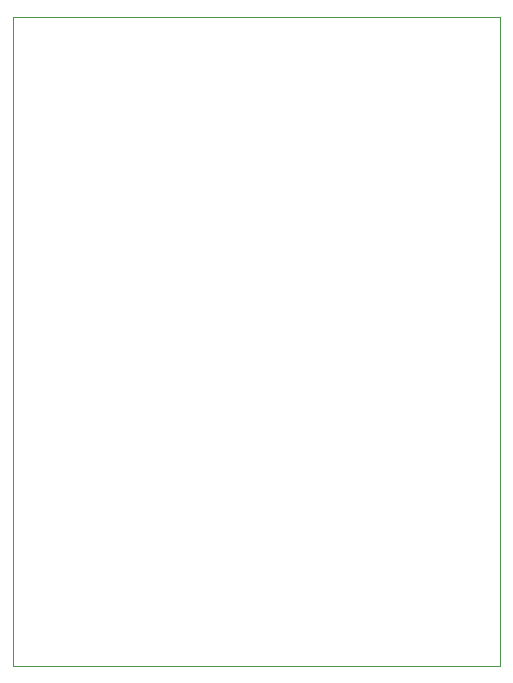
<source format=gm1>
G04 #@! TF.GenerationSoftware,KiCad,Pcbnew,7.0.11-2.fc39*
G04 #@! TF.CreationDate,2024-05-22T12:02:30+02:00*
G04 #@! TF.ProjectId,home_automation_module_std,686f6d65-5f61-4757-946f-6d6174696f6e,1.0*
G04 #@! TF.SameCoordinates,Original*
G04 #@! TF.FileFunction,Profile,NP*
%FSLAX46Y46*%
G04 Gerber Fmt 4.6, Leading zero omitted, Abs format (unit mm)*
G04 Created by KiCad (PCBNEW 7.0.11-2.fc39) date 2024-05-22 12:02:30*
%MOMM*%
%LPD*%
G01*
G04 APERTURE LIST*
G04 #@! TA.AperFunction,Profile*
%ADD10C,0.100000*%
G04 #@! TD*
G04 APERTURE END LIST*
D10*
X81407000Y-32004000D02*
X122682000Y-32004000D01*
X122682000Y-86995000D01*
X81407000Y-86995000D01*
X81407000Y-32004000D01*
M02*

</source>
